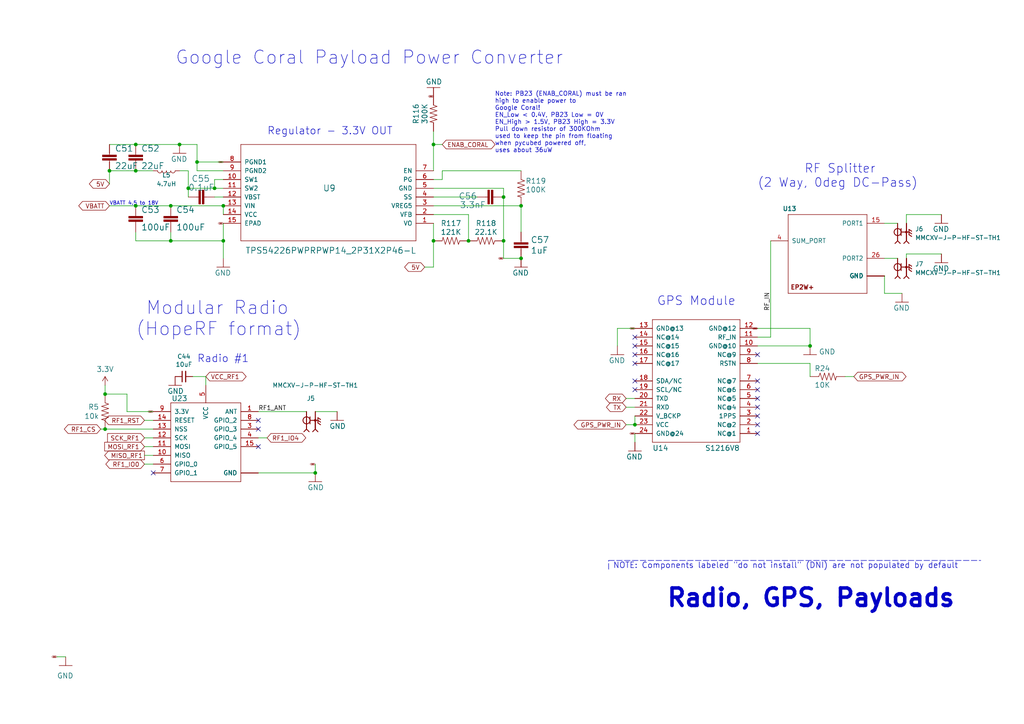
<source format=kicad_sch>
(kicad_sch (version 20211123) (generator eeschema)
  (paper "A4")
  (title_block (title "PyCubed Mainboard") (date "2021-06-09") (rev "v05c") (company "Max Holliday"))
  (lib_symbols
    (symbol "Device:C_Small" (pin_numbers hide) (pin_names (offset 0.254) hide)
      (property "Reference" "C" (at 0.254 1.778 0))
      (property "Value" "C_Small" (at 0.254 -2.032 0))
      (symbol "C_Small_0_1"
        (polyline (pts (xy -1.524 -0.508) (xy 1.524 -0.508)) (stroke (width 0.3302)))
        (polyline (pts (xy -1.524 0.508) (xy 1.524 0.508)) (stroke (width 0.3048)))
      )
      (symbol "C_Small_1_1"
        (pin passive line (at 0 2.54 270) (length 2.032) (name "~") (number "1"))
        (pin passive line (at 0 -2.54 90) (length 2.032) (name "~") (number "2"))
      )
    )
    (symbol "Device:L" (pin_numbers hide) (pin_names (offset 1.016) hide)
      (property "Reference" "L" (at -1.27 0 90))
      (property "Value" "L" (at 1.905 0 90))
      (symbol "L_0_1"
        (arc (start 0 -2.54) (mid 0.635 -1.905) (end 0 -1.27))
        (arc (start 0 -1.27) (mid 0.635 -0.635) (end 0 0))
        (arc (start 0 0) (mid 0.635 0.635) (end 0 1.27))
        (arc (start 0 1.27) (mid 0.635 1.905) (end 0 2.54))
      )
      (symbol "L_1_1"
        (pin passive line (at 0 3.81 270) (length 1.27) (name "1") (number "1"))
        (pin passive line (at 0 -3.81 90) (length 1.27) (name "2") (number "2"))
      )
    )
    (symbol "mainboard:1.0UF-0603-16V-10%" (pin_names (offset 1.016))
      (property "Reference" "C" (at 1.524 2.921 0))
      (property "Value" "1.0UF-0603-16V-10%" (at 1.524 -2.159 0))
      (symbol "1.0UF-0603-16V-10%_1_0"
        (rectangle (start -2.032 0.508) (end 2.032 1.016) (fill (type outline)))
        (rectangle (start -2.032 1.524) (end 2.032 2.032) (fill (type outline)))
        (polyline (pts (xy 0 0) (xy 0 0.508)))
        (polyline (pts (xy 0 2.54) (xy 0 2.032)))
        (pin passive line (at 0 5.08 270) (length 2.54) (name "1") (number "1"))
        (pin passive line (at 0 -2.54 90) (length 2.54) (name "2") (number "2"))
      )
    )
    (symbol "mainboard:10KOHM-1_10W-1%(0603)0603" (pin_names (offset 1.016))
      (property "Reference" "R" (at -3.81 1.4986 0))
      (property "Value" "10KOHM-1_10W-1%(0603)0603" (at -3.81 -3.302 0))
      (symbol "10KOHM-1_10W-1%(0603)0603_1_0"
        (polyline (pts (xy -2.54 0) (xy -2.159 1.016)))
        (polyline (pts (xy -2.159 1.016) (xy -1.524 -1.016)))
        (polyline (pts (xy -1.524 -1.016) (xy -0.889 1.016)))
        (polyline (pts (xy -0.889 1.016) (xy -0.254 -1.016)))
        (polyline (pts (xy -0.254 -1.016) (xy 0.381 1.016)))
        (polyline (pts (xy 0.381 1.016) (xy 1.016 -1.016)))
        (polyline (pts (xy 1.016 -1.016) (xy 1.651 1.016)))
        (polyline (pts (xy 1.651 1.016) (xy 2.286 -1.016)))
        (polyline (pts (xy 2.286 -1.016) (xy 2.54 0)))
        (pin passive line (at -5.08 0 0) (length 2.54) (name "1") (number "1"))
        (pin passive line (at 5.08 0 180) (length 2.54) (name "2") (number "2"))
      )
    )
    (symbol "mainboard:22UF-0805-6.3V-20%" (pin_names (offset 1.016))
      (property "Reference" "C" (at 1.524 2.921 0))
      (property "Value" "22UF-0805-6.3V-20%" (at 1.524 -2.159 0))
      (symbol "22UF-0805-6.3V-20%_1_0"
        (rectangle (start -2.032 0.508) (end 2.032 1.016) (fill (type outline)))
        (rectangle (start -2.032 1.524) (end 2.032 2.032) (fill (type outline)))
        (polyline (pts (xy 0 0) (xy 0 0.508)))
        (polyline (pts (xy 0 2.54) (xy 0 2.032)))
        (pin passive line (at 0 5.08 270) (length 2.54) (name "1") (number "1"))
        (pin passive line (at 0 -2.54 90) (length 2.54) (name "2") (number "2"))
      )
    )
    (symbol "mainboard:22UF-1210-16V-20%" (pin_names (offset 1.016))
      (property "Reference" "C" (at 1.524 2.921 0))
      (property "Value" "22UF-1210-16V-20%" (at 1.524 -2.159 0))
      (symbol "22UF-1210-16V-20%_1_0"
        (rectangle (start -2.032 0.508) (end 2.032 1.016) (fill (type outline)))
        (rectangle (start -2.032 1.524) (end 2.032 2.032) (fill (type outline)))
        (polyline (pts (xy 0 0) (xy 0 0.508)))
        (polyline (pts (xy 0 2.54) (xy 0 2.032)))
        (pin passive line (at 0 5.08 270) (length 2.54) (name "1") (number "1"))
        (pin passive line (at 0 -2.54 90) (length 2.54) (name "2") (number "2"))
      )
    )
    (symbol "mainboard:3.3NF-0603-100V-10%" (pin_names (offset 1.016))
      (property "Reference" "C" (at 1.524 2.921 0))
      (property "Value" "3.3NF-0603-100V-10%" (at 1.524 -2.159 0))
      (symbol "3.3NF-0603-100V-10%_1_0"
        (rectangle (start -2.032 0.508) (end 2.032 1.016) (fill (type outline)))
        (rectangle (start -2.032 1.524) (end 2.032 2.032) (fill (type outline)))
        (polyline (pts (xy 0 0) (xy 0 0.508)))
        (polyline (pts (xy 0 2.54) (xy 0 2.032)))
        (pin passive line (at 0 5.08 270) (length 2.54) (name "1") (number "1"))
        (pin passive line (at 0 -2.54 90) (length 2.54) (name "2") (number "2"))
      )
    )
    (symbol "mainboard:3.3V" (power) (pin_names (offset 1.016))
      (property "Value" "3.3V" (at -1.016 3.556 0))
      (symbol "3.3V_1_0"
        (polyline (pts (xy 0 2.54) (xy -0.762 1.27)))
        (polyline (pts (xy 0.762 1.27) (xy 0 2.54)))
        (pin power_in line (at 0 0 90) (length 2.54) (name "3.3V") (number "1"))
      )
    )
    (symbol "mainboard:EP2W+" (pin_names (offset 1.016))
      (property "Reference" "U" (at -7.62 10.16 0))
      (symbol "EP2W+_1_0"
        (polyline (pts (xy -12.7 -15.24) (xy -12.7 7.62)))
        (polyline (pts (xy -12.7 7.62) (xy 10.16 7.62)))
        (polyline (pts (xy 10.16 -15.24) (xy -12.7 -15.24)))
        (polyline (pts (xy 10.16 7.62) (xy 10.16 -15.24)))
        (text "EP2W+" (at -5.08 -12.7 0) (effects (font (size 1.27 1.27) bold) (justify right top)))
        (pin bidirectional line (at 15.24 -10.16 180) (length 5.08) (name "GND") (number "1"))
        (pin bidirectional line (at 15.24 -10.16 180) (length 5.08) (name "GND") (number "10"))
        (pin bidirectional line (at 15.24 -10.16 180) (length 5.08) (name "GND") (number "11"))
        (pin bidirectional line (at 15.24 -10.16 180) (length 5.08) (name "GND") (number "12"))
        (pin bidirectional line (at 15.24 -10.16 180) (length 5.08) (name "GND") (number "13"))
        (pin bidirectional line (at 15.24 -10.16 180) (length 5.08) (name "GND") (number "14"))
        (pin bidirectional line (at 15.24 5.08 180) (length 5.08) (name "PORT1") (number "15"))
        (pin bidirectional line (at 15.24 -10.16 180) (length 5.08) (name "GND") (number "16"))
        (pin bidirectional line (at 15.24 -10.16 180) (length 5.08) (name "GND") (number "17"))
        (pin bidirectional line (at 15.24 -10.16 180) (length 5.08) (name "GND") (number "18"))
        (pin bidirectional line (at 15.24 -10.16 180) (length 5.08) (name "GND") (number "19"))
        (pin bidirectional line (at 15.24 -10.16 180) (length 5.08) (name "GND") (number "2"))
        (pin bidirectional line (at 15.24 -10.16 180) (length 5.08) (name "GND") (number "20"))
        (pin bidirectional line (at 15.24 -10.16 180) (length 5.08) (name "GND") (number "21"))
        (pin bidirectional line (at 15.24 -10.16 180) (length 5.08) (name "GND") (number "22"))
        (pin bidirectional line (at 15.24 -10.16 180) (length 5.08) (name "GND") (number "23"))
        (pin bidirectional line (at 15.24 -10.16 180) (length 5.08) (name "GND") (number "24"))
        (pin bidirectional line (at 15.24 -10.16 180) (length 5.08) (name "GND") (number "25"))
        (pin bidirectional line (at 15.24 -5.08 180) (length 5.08) (name "PORT2") (number "26"))
        (pin bidirectional line (at 15.24 -10.16 180) (length 5.08) (name "GND") (number "27"))
        (pin bidirectional line (at 15.24 -10.16 180) (length 5.08) (name "GND") (number "28"))
        (pin bidirectional line (at 15.24 -10.16 180) (length 5.08) (name "GND") (number "29"))
        (pin bidirectional line (at 15.24 -10.16 180) (length 5.08) (name "GND") (number "3"))
        (pin bidirectional line (at 15.24 -10.16 180) (length 5.08) (name "GND") (number "30"))
        (pin bidirectional line (at 15.24 -10.16 180) (length 5.08) (name "GND") (number "31"))
        (pin bidirectional line (at 15.24 -10.16 180) (length 5.08) (name "GND") (number "32"))
        (pin bidirectional line (at -17.78 0 0) (length 5.08) (name "SUM_PORT") (number "4"))
        (pin bidirectional line (at 15.24 -10.16 180) (length 5.08) (name "GND") (number "5"))
        (pin bidirectional line (at 15.24 -10.16 180) (length 5.08) (name "GND") (number "6"))
        (pin bidirectional line (at 15.24 -10.16 180) (length 5.08) (name "GND") (number "7"))
        (pin bidirectional line (at 15.24 -10.16 180) (length 5.08) (name "GND") (number "8"))
        (pin bidirectional line (at 15.24 -10.16 180) (length 5.08) (name "GND") (number "9"))
        (pin bidirectional line (at 15.24 -10.16 180) (length 5.08) (name "GND") (number "EP"))
      )
    )
    (symbol "mainboard:GND" (power) (pin_names (offset 1.016))
      (property "Value" "GND" (at -2.54 -2.54 0))
      (symbol "GND_1_0"
        (polyline (pts (xy -1.905 0) (xy 1.905 0)))
        (pin power_in line (at 0 2.54 270) (length 2.54) (name "GND") (number "1"))
      )
    )
    (symbol "mainboard:MMCXV-J-P-HF-ST-TH1" (pin_numbers hide) (pin_names (offset 1.016) hide)
      (property "Reference" "J" (at -3.81 4.064 0))
      (property "Value" "MMCXV-J-P-HF-ST-TH1" (at -4.064 -4.318 0))
      (symbol "MMCXV-J-P-HF-ST-TH1_0_0"
        (polyline (pts (xy -3.302 -0.762) (xy -2.54 0)) (stroke (width 0.254)))
        (polyline (pts (xy -3.302 0.762) (xy -2.54 0)) (stroke (width 0.254)))
        (polyline (pts (xy -3.302 1.778) (xy -2.54 2.54)) (stroke (width 0.254)))
        (polyline (pts (xy -3.302 3.302) (xy -2.54 2.54)) (stroke (width 0.254)))
        (polyline (pts (xy -2.54 0) (xy 0 0)) (stroke (width 0.254)))
        (polyline (pts (xy -2.54 2.54) (xy 2.54 2.54)) (stroke (width 0.254)))
        (polyline (pts (xy -1.016 1.524) (xy 0 1.524)) (stroke (width 0.254)))
        (polyline (pts (xy -0.762 -0.762) (xy -1.27 -1.524)) (stroke (width 0.254)))
        (polyline (pts (xy 0 -0.762) (xy -0.762 -0.762)) (stroke (width 0.254)))
        (polyline (pts (xy 0 -0.762) (xy -0.508 -1.524)) (stroke (width 0.254)))
        (polyline (pts (xy 0 -0.762) (xy 0.762 -0.762)) (stroke (width 0.254)))
        (polyline (pts (xy 0 0) (xy -2.286 0)) (stroke (width 0.254)))
        (polyline (pts (xy 0 0) (xy 0 -0.762)) (stroke (width 0.254)))
        (polyline (pts (xy 0 1.524) (xy 0 0)) (stroke (width 0.254)))
        (polyline (pts (xy 0 1.524) (xy 1.016 1.524)) (stroke (width 0.254)))
        (polyline (pts (xy 0.762 -0.762) (xy 0.254 -1.524)) (stroke (width 0.254)))
        (polyline (pts (xy 2.54 0) (xy 0 0)) (stroke (width 0.254)))
        (circle (center 0 0) (radius 0.254) (stroke (width 0.254)))
        (circle (center 0 2.54) (radius 1.016) (stroke (width 0.254)))
        (pin passive line (at 2.54 2.54 180) (length 5.08) (name "~") (number "1"))
        (pin passive line (at 2.54 0 180) (length 5.08) (name "~") (number "S1"))
        (pin passive line (at 2.54 0 180) (length 5.08) (name "~") (number "S2"))
        (pin passive line (at 2.54 0 180) (length 5.08) (name "~") (number "S3"))
        (pin passive line (at 2.54 0 180) (length 5.08) (name "~") (number "S4"))
      )
    )
    (symbol "mainboard:R-US_R0603" (pin_names (offset 1.016))
      (property "Reference" "R" (at -3.81 1.4986 0))
      (property "Value" "R-US_R0603" (at -3.81 -3.302 0))
      (symbol "R-US_R0603_1_0"
        (polyline (pts (xy -2.54 0) (xy -2.159 1.016)))
        (polyline (pts (xy -2.159 1.016) (xy -1.524 -1.016)))
        (polyline (pts (xy -1.524 -1.016) (xy -0.889 1.016)))
        (polyline (pts (xy -0.889 1.016) (xy -0.254 -1.016)))
        (polyline (pts (xy -0.254 -1.016) (xy 0.381 1.016)))
        (polyline (pts (xy 0.381 1.016) (xy 1.016 -1.016)))
        (polyline (pts (xy 1.016 -1.016) (xy 1.651 1.016)))
        (polyline (pts (xy 1.651 1.016) (xy 2.286 -1.016)))
        (polyline (pts (xy 2.286 -1.016) (xy 2.54 0)))
        (pin passive line (at -5.08 0 0) (length 2.54) (name "1") (number "1"))
        (pin passive line (at 5.08 0 180) (length 2.54) (name "2") (number "2"))
      )
    )
    (symbol "mainboard:RFM98PW" (pin_names (offset 1.016))
      (property "Reference" "U" (at -7.62 10.16 0))
      (symbol "RFM98PW_0_0"
        (pin bidirectional line (at 17.78 -10.16 180) (length 5.08) hide (name "GND") (number "17"))
        (pin bidirectional line (at 2.54 15.24 270) (length 5.08) (name "VCC") (number "5"))
      )
      (symbol "RFM98PW_1_0"
        (polyline (pts (xy -7.62 -12.7) (xy -7.62 10.16)))
        (polyline (pts (xy -7.62 10.16) (xy 12.7 10.16)))
        (polyline (pts (xy 12.7 -12.7) (xy -7.62 -12.7)))
        (polyline (pts (xy 12.7 10.16) (xy 12.7 -12.7)))
        (pin bidirectional line (at 17.78 7.62 180) (length 5.08) (name "ANT") (number "1"))
        (pin bidirectional line (at -12.7 -5.08 0) (length 5.08) (name "MISO") (number "10"))
        (pin bidirectional line (at -12.7 -2.54 0) (length 5.08) (name "MOSI") (number "11"))
        (pin bidirectional line (at -12.7 0 0) (length 5.08) (name "SCK") (number "12"))
        (pin bidirectional line (at -12.7 2.54 0) (length 5.08) (name "NSS") (number "13"))
        (pin bidirectional line (at -12.7 5.08 0) (length 5.08) (name "RESET") (number "14"))
        (pin bidirectional line (at 17.78 -2.54 180) (length 5.08) (name "GPIO_5") (number "15"))
        (pin bidirectional line (at 17.78 -10.16 180) (length 5.08) (name "GND") (number "16"))
        (pin bidirectional line (at 17.78 -10.16 180) (length 5.08) (name "GND") (number "2"))
        (pin bidirectional line (at 17.78 2.54 180) (length 5.08) (name "GPIO_3") (number "3"))
        (pin bidirectional line (at 17.78 0 180) (length 5.08) (name "GPIO_4") (number "4"))
        (pin bidirectional line (at -12.7 -7.62 0) (length 5.08) (name "GPIO_0") (number "6"))
        (pin bidirectional line (at -12.7 -10.16 0) (length 5.08) (name "GPIO_1") (number "7"))
        (pin bidirectional line (at 17.78 5.08 180) (length 5.08) (name "GPIO_2") (number "8"))
        (pin power_in line (at -12.7 7.62 0) (length 5.08) (name "3.3V") (number "9"))
      )
    )
    (symbol "mainboard:S1216V8" (pin_names (offset 1.016))
      (property "Reference" "U14" (at -12.7 -20.32 0))
      (property "Value" "S1216V8" (at 2.54 -20.32 0))
      (symbol "S1216V8_1_0"
        (polyline (pts (xy -12.7 -17.78) (xy 12.7 -17.78)))
        (polyline (pts (xy -12.7 17.78) (xy -12.7 -17.78)))
        (polyline (pts (xy 12.7 -17.78) (xy 12.7 17.78)))
        (polyline (pts (xy 12.7 17.78) (xy -12.7 17.78)))
        (pin bidirectional line (at 17.78 -15.24 180) (length 5.08) (name "NC@1") (number "1"))
        (pin bidirectional line (at 17.78 10.16 180) (length 5.08) (name "GND@10") (number "10"))
        (pin bidirectional line (at 17.78 12.7 180) (length 5.08) (name "RF_IN") (number "11"))
        (pin bidirectional line (at 17.78 15.24 180) (length 5.08) (name "GND@12") (number "12"))
        (pin bidirectional line (at -17.78 15.24 0) (length 5.08) (name "GND@13") (number "13"))
        (pin bidirectional line (at -17.78 12.7 0) (length 5.08) (name "NC@14") (number "14"))
        (pin bidirectional line (at -17.78 10.16 0) (length 5.08) (name "NC@15") (number "15"))
        (pin bidirectional line (at -17.78 7.62 0) (length 5.08) (name "NC@16") (number "16"))
        (pin bidirectional line (at -17.78 5.08 0) (length 5.08) (name "NC@17") (number "17"))
        (pin bidirectional line (at -17.78 0 0) (length 5.08) (name "SDA/NC") (number "18"))
        (pin bidirectional line (at -17.78 -2.54 0) (length 5.08) (name "SCL/NC") (number "19"))
        (pin bidirectional line (at 17.78 -12.7 180) (length 5.08) (name "NC@2") (number "2"))
        (pin bidirectional line (at -17.78 -5.08 0) (length 5.08) (name "TXD") (number "20"))
        (pin bidirectional line (at -17.78 -7.62 0) (length 5.08) (name "RXD") (number "21"))
        (pin bidirectional line (at -17.78 -10.16 0) (length 5.08) (name "V_BCKP") (number "22"))
        (pin bidirectional line (at -17.78 -12.7 0) (length 5.08) (name "VCC") (number "23"))
        (pin bidirectional line (at -17.78 -15.24 0) (length 5.08) (name "GND@24") (number "24"))
        (pin bidirectional line (at 17.78 -10.16 180) (length 5.08) (name "1PPS") (number "3"))
        (pin bidirectional line (at 17.78 -7.62 180) (length 5.08) (name "NC@4") (number "4"))
        (pin bidirectional line (at 17.78 -5.08 180) (length 5.08) (name "NC@5") (number "5"))
        (pin bidirectional line (at 17.78 -2.54 180) (length 5.08) (name "NC@6") (number "6"))
        (pin bidirectional line (at 17.78 0 180) (length 5.08) (name "NC@7") (number "7"))
        (pin bidirectional line (at 17.78 5.08 180) (length 5.08) (name "RSTN") (number "8"))
        (pin bidirectional line (at 17.78 7.62 180) (length 5.08) (name "NC@9") (number "9"))
      )
    )
    (symbol "mainboard:TPS54226PWPRPWP14_2P31X2P46-L" (pin_names (offset 1.016))
      (property "Reference" "U" (at 28.2956 9.1186 0))
      (property "Value" "TPS54226PWPRPWP14_2P31X2P46-L" (at 27.6606 6.5786 0))
      (symbol "TPS54226PWPRPWP14_2P31X2P46-L_1_0"
        (polyline (pts (xy 7.62 -22.86) (xy 58.42 -22.86)))
        (polyline (pts (xy 7.62 5.08) (xy 7.62 -22.86)))
        (polyline (pts (xy 58.42 -22.86) (xy 58.42 5.08)))
        (polyline (pts (xy 58.42 5.08) (xy 7.62 5.08)))
        (pin output line (at 2.54 0 0) (length 5.08) (name "VO") (number "1"))
        (pin passive line (at 63.5 -12.7 180) (length 5.08) (name "SW1") (number "10"))
        (pin passive line (at 63.5 -10.16 180) (length 5.08) (name "SW2") (number "11"))
        (pin input line (at 63.5 -7.62 180) (length 5.08) (name "VBST") (number "12"))
        (pin input line (at 63.5 -5.08 180) (length 5.08) (name "VIN") (number "13"))
        (pin input line (at 63.5 -2.54 180) (length 5.08) (name "VCC") (number "14"))
        (pin passive line (at 63.5 0 180) (length 5.08) (name "EPAD") (number "15"))
        (pin input line (at 2.54 -2.54 0) (length 5.08) (name "VFB") (number "2"))
        (pin output line (at 2.54 -5.08 0) (length 5.08) (name "VREG5") (number "3"))
        (pin passive line (at 2.54 -7.62 0) (length 5.08) (name "SS") (number "4"))
        (pin power_in line (at 2.54 -10.16 0) (length 5.08) (name "GND") (number "5"))
        (pin output line (at 2.54 -12.7 0) (length 5.08) (name "PG") (number "6"))
        (pin input line (at 2.54 -15.24 0) (length 5.08) (name "EN") (number "7"))
        (pin power_in line (at 63.5 -17.78 180) (length 5.08) (name "PGND1") (number "8"))
        (pin power_in line (at 63.5 -15.24 180) (length 5.08) (name "PGND2") (number "9"))
      )
    )
  )
  (junction (at 30.48 114.3))
  (junction (at 49.53 59.69))
  (junction (at 31.75 49.53))
  (junction (at 234.95 100.33))
  (junction (at 39.37 41.91))
  (junction (at 135.89 69.85))
  (junction (at 64.77 59.69))
  (junction (at 125.73 41.91))
  (junction (at 52.07 41.91))
  (junction (at 30.48 124.46))
  (junction (at 151.13 59.69))
  (junction (at 184.15 123.19))
  (junction (at 146.05 57.15))
  (junction (at 54.61 54.61))
  (junction (at 39.37 49.53))
  (junction (at 151.13 74.93))
  (junction (at 39.37 59.69))
  (junction (at 64.77 69.85))
  (junction (at 49.53 69.85))
  (junction (at 91.44 137.16))
  (junction (at 62.23 54.61))
  (junction (at 57.15 46.99))
  (junction (at 146.05 69.85))
  (junction (at 125.73 69.85))
  (no_connect (at 74.93 129.54))
  (no_connect (at 219.71 102.87))
  (no_connect (at 44.45 137.16))
  (no_connect (at 74.93 124.46))
  (no_connect (at 184.15 113.03))
  (no_connect (at 219.71 118.11))
  (no_connect (at 184.15 100.33))
  (no_connect (at 219.71 120.65))
  (no_connect (at 74.93 121.92))
  (no_connect (at 219.71 125.73))
  (no_connect (at 219.71 113.03))
  (no_connect (at 184.15 110.49))
  (no_connect (at 184.15 97.79))
  (no_connect (at 219.71 110.49))
  (no_connect (at 184.15 102.87))
  (no_connect (at 219.71 115.57))
  (no_connect (at 184.15 105.41))
  (no_connect (at 219.71 123.19))
  (wire (pts (xy 125.73 41.91) (xy 128.27 41.91)))
  (wire (pts (xy 64.77 69.85) (xy 64.77 74.93)))
  (wire (pts (xy 74.93 137.16) (xy 91.44 137.16)))
  (wire (pts (xy 52.07 49.53) (xy 54.61 49.53)))
  (wire (pts (xy 16.51 190.5) (xy 19.05 190.5)))
  (wire (pts (xy 262.89 73.66) (xy 273.05 73.66)))
  (wire (pts (xy 151.13 49.53) (xy 128.27 49.53)))
  (wire (pts (xy 135.89 62.23) (xy 135.89 69.85)))
  (wire (pts (xy 57.15 49.53) (xy 64.77 49.53)))
  (wire (pts (xy 29.21 124.46) (xy 30.48 124.46)))
  (wire (pts (xy 39.37 49.53) (xy 44.45 49.53)))
  (wire (pts (xy 36.83 119.38) (xy 36.83 114.3)))
  (wire (pts (xy 184.15 123.19) (xy 184.15 120.65)))
  (wire (pts (xy 125.73 38.1) (xy 125.73 41.91)))
  (wire (pts (xy 30.48 114.3) (xy 30.48 111.76)))
  (wire (pts (xy 260.35 64.77) (xy 256.54 64.77)))
  (wire (pts (xy 184.15 118.11) (xy 181.61 118.11)))
  (wire (pts (xy 184.15 123.19) (xy 181.61 123.19)))
  (wire (pts (xy 146.05 74.93) (xy 146.05 69.85)))
  (wire (pts (xy 125.73 57.15) (xy 138.43 57.15)))
  (wire (pts (xy 54.61 54.61) (xy 54.61 49.53)))
  (wire (pts (xy 234.95 100.33) (xy 219.71 100.33)))
  (wire (pts (xy 39.37 59.69) (xy 49.53 59.69)))
  (wire (pts (xy 262.89 62.23) (xy 273.05 62.23)))
  (wire (pts (xy 62.23 54.61) (xy 54.61 54.61)))
  (wire (pts (xy 39.37 41.91) (xy 52.07 41.91)))
  (polyline (pts (xy 176.53 162.56) (xy 284.48 162.56)))
  (wire (pts (xy 49.53 69.85) (xy 64.77 69.85)))
  (wire (pts (xy 30.48 124.46) (xy 44.45 124.46)))
  (wire (pts (xy 125.73 59.69) (xy 151.13 59.69)))
  (wire (pts (xy 256.54 80.01) (xy 256.54 85.09)))
  (wire (pts (xy 223.52 69.85) (xy 223.52 97.79)))
  (wire (pts (xy 151.13 59.69) (xy 151.13 67.31)))
  (wire (pts (xy 59.69 109.22) (xy 55.88 109.22)))
  (wire (pts (xy 62.23 54.61) (xy 62.23 52.07)))
  (wire (pts (xy 52.07 41.91) (xy 57.15 41.91)))
  (wire (pts (xy 77.47 127) (xy 74.93 127)))
  (wire (pts (xy 31.75 49.53) (xy 39.37 49.53)))
  (wire (pts (xy 245.11 109.22) (xy 247.65 109.22)))
  (wire (pts (xy 184.15 95.25) (xy 179.07 95.25)))
  (wire (pts (xy 219.71 105.41) (xy 234.95 105.41)))
  (wire (pts (xy 54.61 57.15) (xy 54.61 54.61)))
  (wire (pts (xy 39.37 69.85) (xy 49.53 69.85)))
  (wire (pts (xy 59.69 109.22) (xy 59.69 111.76)))
  (wire (pts (xy 128.27 52.07) (xy 125.73 52.07)))
  (wire (pts (xy 64.77 54.61) (xy 62.23 54.61)))
  (wire (pts (xy 125.73 62.23) (xy 135.89 62.23)))
  (wire (pts (xy 31.75 41.91) (xy 39.37 41.91)))
  (wire (pts (xy 41.91 134.62) (xy 44.45 134.62)))
  (wire (pts (xy 57.15 46.99) (xy 57.15 49.53)))
  (wire (pts (xy 74.93 119.38) (xy 88.9 119.38)))
  (wire (pts (xy 125.73 77.47) (xy 123.19 77.47)))
  (wire (pts (xy 64.77 52.07) (xy 62.23 52.07)))
  (wire (pts (xy 49.53 59.69) (xy 64.77 59.69)))
  (wire (pts (xy 184.15 115.57) (xy 181.61 115.57)))
  (wire (pts (xy 49.53 69.85) (xy 49.53 67.31)))
  (wire (pts (xy 146.05 74.93) (xy 151.13 74.93)))
  (wire (pts (xy 91.44 134.62) (xy 91.44 137.16)))
  (wire (pts (xy 91.44 119.38) (xy 97.79 119.38)))
  (wire (pts (xy 256.54 85.09) (xy 261.62 85.09)))
  (wire (pts (xy 125.73 49.53) (xy 125.73 41.91)))
  (wire (pts (xy 44.45 129.54) (xy 41.91 129.54)))
  (wire (pts (xy 44.45 121.92) (xy 41.91 121.92)))
  (wire (pts (xy 146.05 54.61) (xy 146.05 57.15)))
  (wire (pts (xy 219.71 95.25) (xy 234.95 95.25)))
  (wire (pts (xy 146.05 57.15) (xy 146.05 69.85)))
  (wire (pts (xy 44.45 119.38) (xy 36.83 119.38)))
  (wire (pts (xy 64.77 64.77) (xy 64.77 69.85)))
  (wire (pts (xy 36.83 114.3) (xy 30.48 114.3)))
  (wire (pts (xy 44.45 132.08) (xy 41.91 132.08)))
  (wire (pts (xy 128.27 49.53) (xy 128.27 52.07)))
  (wire (pts (xy 234.95 95.25) (xy 234.95 100.33)))
  (wire (pts (xy 219.71 97.79) (xy 223.52 97.79)))
  (wire (pts (xy 260.35 74.93) (xy 256.54 74.93)))
  (wire (pts (xy 39.37 59.69) (xy 31.75 59.69)))
  (wire (pts (xy 64.77 57.15) (xy 62.23 57.15)))
  (wire (pts (xy 57.15 41.91) (xy 57.15 46.99)))
  (wire (pts (xy 125.73 64.77) (xy 125.73 69.85)))
  (wire (pts (xy 44.45 127) (xy 41.91 127)))
  (wire (pts (xy 39.37 69.85) (xy 39.37 67.31)))
  (wire (pts (xy 262.89 62.23) (xy 262.89 64.77)))
  (wire (pts (xy 125.73 54.61) (xy 146.05 54.61)))
  (wire (pts (xy 64.77 46.99) (xy 57.15 46.99)))
  (wire (pts (xy 179.07 95.25) (xy 179.07 100.33)))
  (wire (pts (xy 64.77 62.23) (xy 64.77 59.69)))
  (wire (pts (xy 125.73 69.85) (xy 125.73 77.47)))
  (wire (pts (xy 234.95 105.41) (xy 234.95 109.22)))
  (polyline (pts (xy 176.53 165.1) (xy 176.53 162.56)))
  (wire (pts (xy 31.75 53.34) (xy 31.75 49.53)))
  (wire (pts (xy 262.89 73.66) (xy 262.89 74.93)))
  (wire (pts (xy 184.15 125.73) (xy 184.15 128.27)))
  (text "GPS Module" (at 190.5 88.9 0) (effects (font (size 2.54 2.54)) (justify left bottom)))
  (text "Radio #1" (at 57.15 105.41 0) (effects (font (size 2.159 2.159)) (justify left bottom)))
  (text "VBATT 4.5 to 18V" (at 31.75 59.69 0) (effects (font (size 1.0668 1.0668)) (justify left bottom)))
  (text "Note: PB23 (ENAB_CORAL) must be ran \nhigh to enable power to \nGoogle Coral!\nEN_Low < 0.4V, PB23 Low = 0V\nEN_High > 1.5V, PB23 High = 3.3V\nPull down resistor of 300KOhm \nused to keep the pin from floating\nwhen pycubed powered off, \nuses about 36uW " (at 143.51 44.45 0) (effects (font (size 1.27 1.27)) (justify left bottom)))
  (text " Modular Radio \n(HopeRF format)" (at 39.37 97.79 0) (effects (font (size 3.81 3.81)) (justify left bottom)))
  (text "       RF Splitter \n(2 Way, 0deg DC-Pass)" (at 219.71 54.61 0) (effects (font (size 2.54 2.54)) (justify left bottom)))
  (text "Google Coral Payload Power Converter" (at 50.8 19.05 0) (effects (font (size 3.81 3.81)) (justify left bottom)))
  (text "NOTE: Components labeled \"do not install\" (DNI) are not populated by default" (at 177.8 165.1 0) (effects (font (size 1.651 1.651)) (justify left bottom)))
  (text "Regulator - 3.3V OUT" (at 77.47 39.37 0) (effects (font (size 2.159 2.159)) (justify left bottom)))
  (text "Radio, GPS, Payloads" (at 193.04 176.53 0) (effects (font (size 5.08 5.08) (thickness 1.016) bold) (justify left bottom)))
  (label "RF_IN" (at 223.52 90.17 90))
  (label "RF1_ANT" (at 74.93 119.38 0))
  (global_label "RF1_IO4" (shape bidirectional) (at 77.47 127 0) (property "Intersheet References" "${INTERSHEET_REFS}" (effects hide)))
  (global_label "GND" (shape bidirectional) (at 64.77 64.77 180) (effects (font (size 0.254 0.254))) (property "Intersheet References" "${INTERSHEET_REFS}" (effects hide)))
  (global_label "RX" (shape bidirectional) (at 181.61 115.57 180) (property "Intersheet References" "${INTERSHEET_REFS}" (effects hide)))
  (global_label "MOSI_RF1" (shape input) (at 41.91 129.54 180) (property "Intersheet References" "${INTERSHEET_REFS}" (effects hide)))
  (global_label "TX" (shape bidirectional) (at 181.61 118.11 180) (property "Intersheet References" "${INTERSHEET_REFS}" (effects hide)))
  (global_label "RF1_IO0" (shape bidirectional) (at 41.91 134.62 180) (property "Intersheet References" "${INTERSHEET_REFS}" (effects hide)))
  (global_label "GND" (shape bidirectional) (at 219.71 95.25 180) (effects (font (size 0.254 0.254))) (property "Intersheet References" "${INTERSHEET_REFS}" (effects hide)))
  (global_label "GND" (shape bidirectional) (at 125.73 27.94 180) (effects (font (size 0.254 0.254))) (property "Intersheet References" "${INTERSHEET_REFS}" (effects hide)))
  (global_label "VCC_RF1" (shape bidirectional) (at 59.69 109.22 0) (property "Intersheet References" "${INTERSHEET_REFS}" (effects hide)))
  (global_label "RF1_RST" (shape bidirectional) (at 41.91 121.92 180) (property "Intersheet References" "${INTERSHEET_REFS}" (effects hide)))
  (global_label "SCK_RF1" (shape input) (at 41.91 127 180) (property "Intersheet References" "${INTERSHEET_REFS}" (effects hide)))
  (global_label "GPS_PWR_IN" (shape bidirectional) (at 181.61 123.19 180) (property "Intersheet References" "${INTERSHEET_REFS}" (effects hide)))
  (global_label "GND" (shape bidirectional) (at 16.51 190.5 180) (effects (font (size 0.254 0.254))) (property "Intersheet References" "${INTERSHEET_REFS}" (effects hide)))
  (global_label "GND" (shape bidirectional) (at 64.77 46.99 180) (effects (font (size 0.254 0.254))) (property "Intersheet References" "${INTERSHEET_REFS}" (effects hide)))
  (global_label "GND" (shape bidirectional) (at 91.44 134.62 180) (effects (font (size 0.254 0.254))) (property "Intersheet References" "${INTERSHEET_REFS}" (effects hide)))
  (global_label "5V" (shape bidirectional) (at 31.75 53.34 180) (property "Intersheet References" "${INTERSHEET_REFS}" (effects hide)))
  (global_label "MISO_RF1" (shape output) (at 41.91 132.08 180) (property "Intersheet References" "${INTERSHEET_REFS}" (effects hide)))
  (global_label "VBATT" (shape bidirectional) (at 31.75 59.69 180) (property "Intersheet References" "${INTERSHEET_REFS}" (effects hide)))
  (global_label "5V" (shape bidirectional) (at 123.19 77.47 180) (property "Intersheet References" "${INTERSHEET_REFS}" (effects hide)))
  (global_label "RF1_CS" (shape bidirectional) (at 29.21 124.46 180) (property "Intersheet References" "${INTERSHEET_REFS}" (effects hide)))
  (global_label "GND" (shape bidirectional) (at 146.05 74.93 180) (effects (font (size 0.254 0.254))) (property "Intersheet References" "${INTERSHEET_REFS}" (effects hide)))
  (global_label "GND" (shape bidirectional) (at 184.15 125.73 180) (effects (font (size 0.254 0.254))) (property "Intersheet References" "${INTERSHEET_REFS}" (effects hide)))
  (global_label "GND" (shape bidirectional) (at 184.15 95.25 180) (effects (font (size 0.254 0.254))) (property "Intersheet References" "${INTERSHEET_REFS}" (effects hide)))
  (global_label "3.3V" (shape bidirectional) (at 44.45 119.38 180) (effects (font (size 0.254 0.254))) (property "Intersheet References" "${INTERSHEET_REFS}" (effects hide)))
  (global_label "ENAB_CORAL" (shape bidirectional) (at 128.27 41.91 0) (property "Intersheet References" "${INTERSHEET_REFS}" (effects hide)))
  (global_label "GPS_PWR_IN" (shape bidirectional) (at 247.65 109.22 0) (property "Intersheet References" "${INTERSHEET_REFS}" (effects hide)))
  (symbol (lib_id "mainboard:10KOHM-1_10W-1%(0603)0603") (at 240.03 109.22 0) (unit 1)
    (property "Reference" "R24" (at 236.22 107.7214 0) (effects (font (size 1.4986 1.4986)) (justify left bottom)))
    (property "Value" "10K" (at 236.22 112.522 0) (effects (font (size 1.4986 1.4986)) (justify left bottom)))
    (property "Footprint" "Resistor_SMD:R_0603_1608Metric" (effects hide))
    (property "Description" "10K 0603" (effects hide))
  )
  (symbol (lib_id "mainboard:GND") (at 261.62 87.63 0) (unit 1)
    (property "Reference" "#GND044" (effects hide))
    (property "Value" "GND" (at 259.08 90.17 0) (effects (font (size 1.4986 1.4986)) (justify left bottom)))
  )
  (symbol (lib_id "mainboard:RFM98PW") (at 57.15 127 0) (unit 1)
    (property "Reference" "U23" (at 52.07 115.57 0) (effects (font (size 1.4986 1.4986))))
    (property "Value" "RFM98PW" (effects hide))
    (property "Footprint" "mainboard:RFM95PW" (effects hide))
    (property "Description" "433 MHz 1W Radio" (effects hide))
    (property "Flight" "RFM98PW" (effects hide))
    (property "Manufacturer_Name" "HopeRF" (effects hide))
    (property "Manufacturer_Part_Number" "RFM98PW" (effects hide))
    (property "Proto" "RFM98PW" (effects hide))
  )
  (symbol (lib_id "mainboard:GND") (at 91.44 139.7 0) (mirror y) (unit 1)
    (property "Reference" "#GND0103" (effects hide))
    (property "Value" "GND" (at 93.98 142.24 0) (effects (font (size 1.4986 1.4986)) (justify left bottom)))
  )
  (symbol (lib_id "mainboard:10KOHM-1_10W-1%(0603)0603") (at 30.48 119.38 270) (unit 1)
    (property "Reference" "R5" (at 28.7528 118.0338 90) (effects (font (size 1.4986 1.4986)) (justify right)))
    (property "Value" "10k" (at 28.7528 120.7008 90) (effects (font (size 1.4986 1.4986)) (justify right)))
    (property "Footprint" "Resistor_SMD:R_0603_1608Metric" (effects hide))
    (property "Description" "10k 0603" (effects hide))
  )
  (symbol (lib_id "mainboard:3.3V") (at 30.48 111.76 0) (unit 1)
    (property "Reference" "#SUPPLY0109" (effects hide))
    (property "Value" "3.3V" (at 27.94 107.95 0) (effects (font (size 1.4986 1.4986)) (justify left bottom)))
  )
  (symbol (lib_id "Device:C_Small") (at 53.34 109.22 90) (unit 1)
    (property "Reference" "C44" (at 53.34 103.4034 90))
    (property "Value" "10uF" (at 53.34 105.7148 90))
    (property "Footprint" "Capacitor_SMD:C_0603_1608Metric" (effects hide))
    (property "Description" "10uF +-20% 10V X5R" (effects hide))
  )
  (symbol (lib_id "mainboard:GND") (at 50.8 111.76 0) (mirror y) (unit 1)
    (property "Reference" "#GND036" (effects hide))
    (property "Value" "GND" (at 53.34 114.3 0) (effects (font (size 1.4986 1.4986)) (justify left bottom)))
  )
  (symbol (lib_id "mainboard:TPS54226PWPRPWP14_2P31X2P46-L") (at 128.27 64.77 180) (unit 1)
    (property "Reference" "U9" (at 97.4344 53.5686 0) (effects (font (size 1.7526 1.7526)) (justify left bottom)))
    (property "Value" "TPS54226PWPRPWP14_2P31X2P46-L" (at 71.12 73.66 0) (effects (font (size 1.7526 1.7526)) (justify right top)))
    (property "Footprint" "mainboard:PWP14_2P31X2P46-L" (effects hide))
    (property "Datasheet" "https://www.ti.com/lit/gpn/tps54226" (effects hide))
    (property "Description" "3.3V Switching Regulator" (effects hide))
    (property "Flight" "TPS54226PWPR" (effects hide))
    (property "Manufacturer_Name" "Texas Instruments" (effects hide))
    (property "Manufacturer_Part_Number" "TPS54226PWPR" (effects hide))
    (property "Proto" "TPS54226PWPR" (effects hide))
  )
  (symbol (lib_id "mainboard:22UF-0805-6.3V-20%") (at 39.37 46.99 0) (unit 1)
    (property "Reference" "C52" (at 40.894 44.069 0) (effects (font (size 1.778 1.778)) (justify left bottom)))
    (property "Value" "22uF" (at 40.894 49.149 0) (effects (font (size 1.778 1.778)) (justify left bottom)))
    (property "Footprint" "Capacitor_SMD:C_0603_1608Metric" (effects hide))
    (property "Description" "22uF +-20% 10V X5R" (effects hide))
  )
  (symbol (lib_id "mainboard:22UF-0805-6.3V-20%") (at 31.75 46.99 0) (unit 1)
    (property "Reference" "C51" (at 33.274 44.069 0) (effects (font (size 1.778 1.778)) (justify left bottom)))
    (property "Value" "22uF" (at 33.274 49.149 0) (effects (font (size 1.778 1.778)) (justify left bottom)))
    (property "Footprint" "Capacitor_SMD:C_0603_1608Metric" (effects hide))
    (property "Description" "22uF +-20% 10V X5R" (effects hide))
  )
  (symbol (lib_id "mainboard:1.0UF-0603-16V-10%") (at 59.69 57.15 90) (unit 1)
    (property "Reference" "C55" (at 60.96 50.8 90) (effects (font (size 1.778 1.778)) (justify left bottom)))
    (property "Value" "0.1uF" (at 62.23 53.34 90) (effects (font (size 1.778 1.778)) (justify left bottom)))
    (property "Footprint" "Capacitor_SMD:C_0603_1608Metric" (effects hide))
    (property "Description" "0.1uF +-10% 50V X7R 0603" (effects hide))
  )
  (symbol (lib_id "mainboard:GND") (at 64.77 77.47 0) (unit 1)
    (property "Reference" "#GND035" (effects hide))
    (property "Value" "GND" (at 62.23 80.01 0) (effects (font (size 1.4986 1.4986)) (justify left bottom)))
  )
  (symbol (lib_id "mainboard:R-US_R0603") (at 151.13 54.61 270) (unit 1)
    (property "Reference" "R119" (at 152.4 53.34 90) (effects (font (size 1.4986 1.4986)) (justify left bottom)))
    (property "Value" "100K" (at 152.4 55.88 90) (effects (font (size 1.4986 1.4986)) (justify left bottom)))
    (property "Footprint" "Resistor_SMD:R_0603_1608Metric" (effects hide))
    (property "Description" "100K 0603" (effects hide))
  )
  (symbol (lib_id "mainboard:R-US_R0603") (at 140.97 69.85 180) (unit 1)
    (property "Reference" "R118" (at 140.97 64.77 0) (effects (font (size 1.4986 1.4986))))
    (property "Value" "22.1K" (at 140.97 67.31 0) (effects (font (size 1.4986 1.4986))))
    (property "Footprint" "Resistor_SMD:R_0603_1608Metric" (effects hide))
    (property "Description" "22.1K 0603" (effects hide))
  )
  (symbol (lib_id "mainboard:R-US_R0603") (at 130.81 69.85 180) (unit 1)
    (property "Reference" "R117" (at 130.81 64.77 0) (effects (font (size 1.4986 1.4986))))
    (property "Value" "121K" (at 130.81 67.31 0) (effects (font (size 1.4986 1.4986))))
    (property "Footprint" "Resistor_SMD:R_0603_1608Metric" (effects hide))
    (property "Description" "73.2K 0603" (effects hide))
  )
  (symbol (lib_id "mainboard:3.3NF-0603-100V-10%") (at 143.51 57.15 90) (unit 1)
    (property "Reference" "C56" (at 138.43 55.88 90) (effects (font (size 1.778 1.778)) (justify left bottom)))
    (property "Value" "3.3nF" (at 140.97 58.42 90) (effects (font (size 1.778 1.778)) (justify left bottom)))
    (property "Footprint" "Capacitor_SMD:C_0603_1608Metric" (effects hide))
    (property "Description" "3.3nF +-10% 100V X7R 0603" (effects hide))
  )
  (symbol (lib_id "mainboard:1.0UF-0603-16V-10%") (at 151.13 72.39 0) (unit 1)
    (property "Reference" "C57" (at 153.8732 69.5706 0) (effects (font (size 1.778 1.778)) (justify left)))
    (property "Value" "1uF" (at 153.8732 72.644 0) (effects (font (size 1.778 1.778)) (justify left)))
    (property "Footprint" "Capacitor_SMD:C_0603_1608Metric" (effects hide))
    (property "Description" "1uF 0603 X7R" (effects hide))
  )
  (symbol (lib_id "mainboard:GND") (at 151.13 77.47 0) (unit 1)
    (property "Reference" "#GND040" (effects hide))
    (property "Value" "GND" (at 148.59 80.01 0) (effects (font (size 1.4986 1.4986)) (justify left bottom)))
  )
  (symbol (lib_id "mainboard:GND") (at 52.07 44.45 0) (unit 1)
    (property "Reference" "#GND034" (effects hide))
    (property "Value" "GND" (at 49.53 46.99 0) (effects (font (size 1.4986 1.4986)) (justify left bottom)))
  )
  (symbol (lib_id "mainboard:22UF-1210-16V-20%") (at 49.53 64.77 0) (unit 1)
    (property "Reference" "C54" (at 51.054 61.849 0) (effects (font (size 1.778 1.778)) (justify left bottom)))
    (property "Value" "100uF" (at 51.054 66.929 0) (effects (font (size 1.778 1.778)) (justify left bottom)))
    (property "Footprint" "Capacitor_SMD:C_1210_3225Metric" (effects hide))
    (property "Description" "100uF 16V X5R 1210" (effects hide))
  )
  (symbol (lib_id "mainboard:22UF-1210-16V-20%") (at 39.37 64.77 0) (unit 1)
    (property "Reference" "C53" (at 40.894 61.849 0) (effects (font (size 1.778 1.778)) (justify left bottom)))
    (property "Value" "100uF" (at 40.894 66.929 0) (effects (font (size 1.778 1.778)) (justify left bottom)))
    (property "Footprint" "Capacitor_SMD:C_1210_3225Metric" (effects hide))
    (property "Description" "100uF 16V X5R 1210" (effects hide))
  )
  (symbol (lib_id "Device:L") (at 48.26 49.53 270) (unit 1)
    (property "Reference" "L5" (at 48.26 50.8 90))
    (property "Value" "4.7uH" (at 48.26 53.34 90))
    (property "Footprint" "mainboard:L_2141" (effects hide))
    (property "Datasheet" "https://datasheet.lcsc.com/lcsc/2009171412_TAI-TECH-HPC5040NF-3R3MTH_C304367.pdf" (effects hide))
    (property "Description" "3.3uH Shielded Inductor" (effects hide))
    (property "Flight" "SPM5030T-3R3M-HZ" (effects hide))
    (property "Manufacturer_Name" "TAI-TECH" (effects hide))
    (property "Manufacturer_Part_Number" "HPC5040NF-3R3MTH" (effects hide))
    (property "Proto" "HPC5040NF-3R3MTH" (effects hide))
  )
  (symbol (lib_id "mainboard:R-US_R0603") (at 125.73 33.02 270) (unit 1)
    (property "Reference" "R116" (at 120.65 33.02 0) (effects (font (size 1.4986 1.4986))))
    (property "Value" "300K" (at 123.19 33.02 0) (effects (font (size 1.4986 1.4986))))
    (property "Footprint" "Resistor_SMD:R_0603_1608Metric" (effects hide))
    (property "Description" "73.2K 0603" (effects hide))
  )
  (symbol (lib_id "mainboard:GND") (at 125.73 25.4 180) (unit 1)
    (property "Reference" "#GND039" (effects hide))
    (property "Value" "GND" (at 128.27 22.86 0) (effects (font (size 1.4986 1.4986)) (justify left bottom)))
  )
  (symbol (lib_id "mainboard:EP2W+") (at 241.3 69.85 0) (unit 1)
    (property "Reference" "U13" (at 231.14 59.69 0) (effects (font bold) (justify right top)))
    (property "Value" "EP2W+" (effects hide))
    (property "Footprint" "mainboard:QFN32-5X5MM" (effects hide))
    (property "Datasheet" "https://www.minicircuits.com/pdfs/EP2W+.pdf" (effects hide))
    (property "DNI" "DNI" (effects hide))
    (property "Description" "RF Splitter DC-Pass" (effects hide))
    (property "Flight" "EP2W+" (effects hide))
    (property "Manufacturer_Name" "Mini Circuits" (effects hide))
    (property "Manufacturer_Part_Number" "EP2W+" (effects hide))
  )
  (symbol (lib_id "mainboard:GND") (at 179.07 102.87 0) (unit 1)
    (property "Reference" "#GND042" (effects hide))
    (property "Value" "GND" (at 176.53 105.41 0) (effects (font (size 1.4986 1.4986)) (justify left bottom)))
  )
  (symbol (lib_id "mainboard:GND") (at 184.15 130.81 0) (unit 1)
    (property "Reference" "#GND043" (effects hide))
    (property "Value" "GND" (at 181.61 133.35 0) (effects (font (size 1.4986 1.4986)) (justify left bottom)))
  )
  (symbol (lib_id "mainboard:GND") (at 234.95 102.87 0) (unit 1)
    (property "Reference" "#GND047" (effects hide))
    (property "Value" "GND" (at 237.49 102.87 0) (effects (font (size 1.4986 1.4986)) (justify left bottom)))
  )
  (symbol (lib_id "mainboard:S1216V8") (at 201.93 110.49 0) (unit 1)
    (property "Reference" "U14" (at 189.23 130.81 0) (effects (font (size 1.4986 1.4986)) (justify left bottom)))
    (property "Value" "S1216V8" (at 204.47 130.81 0) (effects (font (size 1.4986 1.4986)) (justify left bottom)))
    (property "Footprint" "mainboard:S1216_24PIN_PACKAGE" (effects hide))
  )
  (symbol (lib_id "mainboard:GND") (at 273.05 76.2 0) (unit 1)
    (property "Reference" "#GND0127" (effects hide))
    (property "Value" "GND" (at 270.51 78.74 0) (effects (font (size 1.4986 1.4986)) (justify left bottom)))
  )
  (symbol (lib_id "mainboard:MMCXV-J-P-HF-ST-TH1") (at 91.44 121.92 90) (unit 1)
    (property "Reference" "J5" (at 90.17 115.57 90))
    (property "Value" "MMCXV-J-P-HF-ST-TH1" (at 91.44 111.76 90))
    (property "Footprint" "mainboard:SAMTEC_MMCXV-J-P-HF-ST-TH1" (effects hide))
    (property "MANUFACTURER" "Samtec" (effects hide))
    (property "PARTREV" "B" (effects hide))
    (property "STANDARD" "Manufacturer Recommendations" (effects hide))
    (property "MAXIMUM_PACKAGE_HEIGHT" "4.35mm" (effects hide))
  )
  (symbol (lib_id "mainboard:MMCXV-J-P-HF-ST-TH1") (at 262.89 77.47 90) (unit 1)
    (property "Reference" "J7" (at 265.43 76.5809 90) (effects (justify right)))
    (property "Value" "MMCXV-J-P-HF-ST-TH1" (at 265.43 79.1209 90) (effects (justify right)))
    (property "Footprint" "SAMTEC_MMCXV-J-P-HF-ST-TH1" (effects hide))
    (property "MANUFACTURER" "Samtec" (effects hide))
    (property "PARTREV" "B" (effects hide))
    (property "STANDARD" "Manufacturer Recommendations" (effects hide))
    (property "MAXIMUM_PACKAGE_HEIGHT" "4.35mm" (effects hide))
  )
  (symbol (lib_id "mainboard:GND") (at 19.05 193.04 0) (unit 1)
    (property "Reference" "#GND0128" (effects hide))
    (property "Value" "GND" (at 16.51 196.85 0) (effects (font (size 1.4986 1.4986)) (justify left bottom)))
  )
  (symbol (lib_id "mainboard:GND") (at 273.05 64.77 0) (unit 1)
    (property "Reference" "#GND0126" (effects hide))
    (property "Value" "GND" (at 270.51 67.31 0) (effects (font (size 1.4986 1.4986)) (justify left bottom)))
  )
  (symbol (lib_id "mainboard:MMCXV-J-P-HF-ST-TH1") (at 262.89 67.31 90) (unit 1)
    (property "Reference" "J6" (at 265.43 66.4209 90) (effects (justify right)))
    (property "Value" "MMCXV-J-P-HF-ST-TH1" (at 265.43 68.9609 90) (effects (justify right)))
    (property "Footprint" "SAMTEC_MMCXV-J-P-HF-ST-TH1" (effects hide))
    (property "MANUFACTURER" "Samtec" (effects hide))
    (property "PARTREV" "B" (effects hide))
    (property "STANDARD" "Manufacturer Recommendations" (effects hide))
    (property "MAXIMUM_PACKAGE_HEIGHT" "4.35mm" (effects hide))
  )
  (symbol (lib_id "mainboard:GND") (at 97.79 121.92 0) (mirror y) (unit 1)
    (property "Reference" "#GND0129" (effects hide))
    (property "Value" "GND" (at 100.33 124.46 0) (effects (font (size 1.4986 1.4986)) (justify left bottom)))
  )
)
</source>
